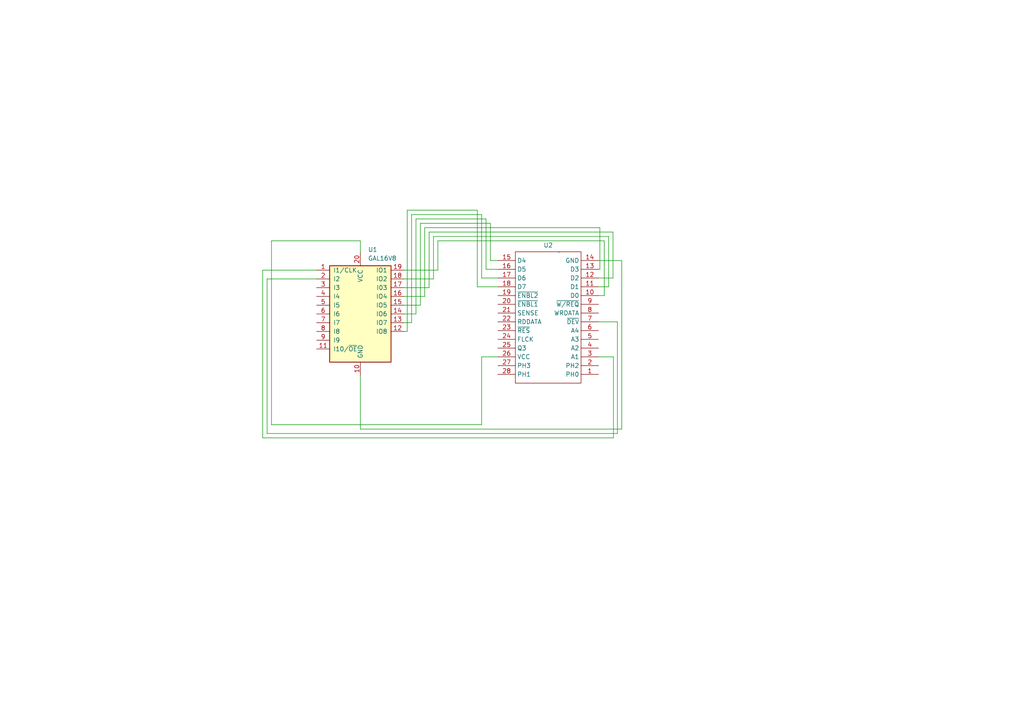
<source format=kicad_sch>
(kicad_sch (version 20230121) (generator eeschema)

  (uuid 14b7d964-13e6-46ef-b039-f9ee5f37d428)

  (paper "A4")

  (lib_symbols
    (symbol "Logic_Programmable:GAL16V8" (pin_names (offset 1.016)) (in_bom yes) (on_board yes)
      (property "Reference" "U" (at -8.89 16.51 0)
        (effects (font (size 1.27 1.27)) (justify left))
      )
      (property "Value" "GAL16V8" (at 1.27 16.51 0)
        (effects (font (size 1.27 1.27)) (justify left))
      )
      (property "Footprint" "" (at 0 0 0)
        (effects (font (size 1.27 1.27)) hide)
      )
      (property "Datasheet" "" (at 0 0 0)
        (effects (font (size 1.27 1.27)) hide)
      )
      (property "ki_keywords" "GAL PLD 16V8" (at 0 0 0)
        (effects (font (size 1.27 1.27)) hide)
      )
      (property "ki_description" "Programmable Logic Array, DIP-20/SOIC-20/PLCC-20" (at 0 0 0)
        (effects (font (size 1.27 1.27)) hide)
      )
      (property "ki_fp_filters" "DIP* PDIP* SOIC* SO* PLCC*" (at 0 0 0)
        (effects (font (size 1.27 1.27)) hide)
      )
      (symbol "GAL16V8_0_0"
        (pin power_in line (at 0 -17.78 90) (length 3.81)
          (name "GND" (effects (font (size 1.27 1.27))))
          (number "10" (effects (font (size 1.27 1.27))))
        )
        (pin power_in line (at 0 17.78 270) (length 3.81)
          (name "VCC" (effects (font (size 1.27 1.27))))
          (number "20" (effects (font (size 1.27 1.27))))
        )
      )
      (symbol "GAL16V8_0_1"
        (rectangle (start -8.89 13.97) (end 8.89 -13.97)
          (stroke (width 0.254) (type default))
          (fill (type background))
        )
      )
      (symbol "GAL16V8_1_1"
        (pin input line (at -12.7 12.7 0) (length 3.81)
          (name "I1/CLK" (effects (font (size 1.27 1.27))))
          (number "1" (effects (font (size 1.27 1.27))))
        )
        (pin input line (at -12.7 -10.16 0) (length 3.81)
          (name "I10/~{OE}" (effects (font (size 1.27 1.27))))
          (number "11" (effects (font (size 1.27 1.27))))
        )
        (pin tri_state line (at 12.7 -5.08 180) (length 3.81)
          (name "IO8" (effects (font (size 1.27 1.27))))
          (number "12" (effects (font (size 1.27 1.27))))
        )
        (pin tri_state line (at 12.7 -2.54 180) (length 3.81)
          (name "IO7" (effects (font (size 1.27 1.27))))
          (number "13" (effects (font (size 1.27 1.27))))
        )
        (pin tri_state line (at 12.7 0 180) (length 3.81)
          (name "IO6" (effects (font (size 1.27 1.27))))
          (number "14" (effects (font (size 1.27 1.27))))
        )
        (pin tri_state line (at 12.7 2.54 180) (length 3.81)
          (name "IO5" (effects (font (size 1.27 1.27))))
          (number "15" (effects (font (size 1.27 1.27))))
        )
        (pin tri_state line (at 12.7 5.08 180) (length 3.81)
          (name "IO4" (effects (font (size 1.27 1.27))))
          (number "16" (effects (font (size 1.27 1.27))))
        )
        (pin tri_state line (at 12.7 7.62 180) (length 3.81)
          (name "I03" (effects (font (size 1.27 1.27))))
          (number "17" (effects (font (size 1.27 1.27))))
        )
        (pin tri_state line (at 12.7 10.16 180) (length 3.81)
          (name "IO2" (effects (font (size 1.27 1.27))))
          (number "18" (effects (font (size 1.27 1.27))))
        )
        (pin tri_state line (at 12.7 12.7 180) (length 3.81)
          (name "IO1" (effects (font (size 1.27 1.27))))
          (number "19" (effects (font (size 1.27 1.27))))
        )
        (pin input line (at -12.7 10.16 0) (length 3.81)
          (name "I2" (effects (font (size 1.27 1.27))))
          (number "2" (effects (font (size 1.27 1.27))))
        )
        (pin input line (at -12.7 7.62 0) (length 3.81)
          (name "I3" (effects (font (size 1.27 1.27))))
          (number "3" (effects (font (size 1.27 1.27))))
        )
        (pin input line (at -12.7 5.08 0) (length 3.81)
          (name "I4" (effects (font (size 1.27 1.27))))
          (number "4" (effects (font (size 1.27 1.27))))
        )
        (pin input line (at -12.7 2.54 0) (length 3.81)
          (name "I5" (effects (font (size 1.27 1.27))))
          (number "5" (effects (font (size 1.27 1.27))))
        )
        (pin input line (at -12.7 0 0) (length 3.81)
          (name "I6" (effects (font (size 1.27 1.27))))
          (number "6" (effects (font (size 1.27 1.27))))
        )
        (pin input line (at -12.7 -2.54 0) (length 3.81)
          (name "I7" (effects (font (size 1.27 1.27))))
          (number "7" (effects (font (size 1.27 1.27))))
        )
        (pin input line (at -12.7 -5.08 0) (length 3.81)
          (name "I8" (effects (font (size 1.27 1.27))))
          (number "8" (effects (font (size 1.27 1.27))))
        )
        (pin input line (at -12.7 -7.62 0) (length 3.81)
          (name "I9" (effects (font (size 1.27 1.27))))
          (number "9" (effects (font (size 1.27 1.27))))
        )
      )
    )
    (symbol "pldSCHIWM_DIP:IWM" (in_bom yes) (on_board yes)
      (property "Reference" "U" (at -4.445 0.635 0)
        (effects (font (size 1.27 1.27)))
      )
      (property "Value" "" (at 0 0 0)
        (effects (font (size 1.27 1.27)))
      )
      (property "Footprint" "" (at 0 0 0)
        (effects (font (size 1.27 1.27)) hide)
      )
      (property "Datasheet" "" (at 0 0 0)
        (effects (font (size 1.27 1.27)) hide)
      )
      (symbol "IWM_0_1"
        (rectangle (start -12.7 0) (end 6.35 -38.1)
          (stroke (width 0) (type default))
          (fill (type none))
        )
      )
      (symbol "IWM_1_1"
        (pin input line (at 11.43 -35.56 180) (length 5.08)
          (name "PH0" (effects (font (size 1.27 1.27))))
          (number "1" (effects (font (size 1.27 1.27))))
        )
        (pin input line (at 11.43 -12.7 180) (length 5.08)
          (name "D0" (effects (font (size 1.27 1.27))))
          (number "10" (effects (font (size 1.27 1.27))))
        )
        (pin input line (at 11.43 -10.16 180) (length 5.08)
          (name "D1" (effects (font (size 1.27 1.27))))
          (number "11" (effects (font (size 1.27 1.27))))
        )
        (pin input line (at 11.43 -7.62 180) (length 5.08)
          (name "D2" (effects (font (size 1.27 1.27))))
          (number "12" (effects (font (size 1.27 1.27))))
        )
        (pin input line (at 11.43 -5.08 180) (length 5.08)
          (name "D3" (effects (font (size 1.27 1.27))))
          (number "13" (effects (font (size 1.27 1.27))))
        )
        (pin input line (at 11.43 -2.54 180) (length 5.08)
          (name "GND" (effects (font (size 1.27 1.27))))
          (number "14" (effects (font (size 1.27 1.27))))
        )
        (pin input line (at -17.78 -2.54 0) (length 5.08)
          (name "D4" (effects (font (size 1.27 1.27))))
          (number "15" (effects (font (size 1.27 1.27))))
        )
        (pin input line (at -17.78 -5.08 0) (length 5.08)
          (name "D5" (effects (font (size 1.27 1.27))))
          (number "16" (effects (font (size 1.27 1.27))))
        )
        (pin input line (at -17.78 -7.62 0) (length 5.08)
          (name "D6" (effects (font (size 1.27 1.27))))
          (number "17" (effects (font (size 1.27 1.27))))
        )
        (pin input line (at -17.78 -10.16 0) (length 5.08)
          (name "D7" (effects (font (size 1.27 1.27))))
          (number "18" (effects (font (size 1.27 1.27))))
        )
        (pin input line (at -17.78 -12.7 0) (length 5.08)
          (name "~{ENBL2}" (effects (font (size 1.27 1.27))))
          (number "19" (effects (font (size 1.27 1.27))))
        )
        (pin input line (at 11.43 -33.02 180) (length 5.08)
          (name "PH2" (effects (font (size 1.27 1.27))))
          (number "2" (effects (font (size 1.27 1.27))))
        )
        (pin input line (at -17.78 -15.24 0) (length 5.08)
          (name "~{ENBL1}" (effects (font (size 1.27 1.27))))
          (number "20" (effects (font (size 1.27 1.27))))
        )
        (pin input line (at -17.78 -17.78 0) (length 5.08)
          (name "SENSE" (effects (font (size 1.27 1.27))))
          (number "21" (effects (font (size 1.27 1.27))))
        )
        (pin input line (at -17.78 -20.32 0) (length 5.08)
          (name "RDDATA" (effects (font (size 1.27 1.27))))
          (number "22" (effects (font (size 1.27 1.27))))
        )
        (pin input line (at -17.78 -22.86 0) (length 5.08)
          (name "~{RES}" (effects (font (size 1.27 1.27))))
          (number "23" (effects (font (size 1.27 1.27))))
        )
        (pin input line (at -17.78 -25.4 0) (length 5.08)
          (name "FLCK" (effects (font (size 1.27 1.27))))
          (number "24" (effects (font (size 1.27 1.27))))
        )
        (pin input line (at -17.78 -27.94 0) (length 5.08)
          (name "Q3" (effects (font (size 1.27 1.27))))
          (number "25" (effects (font (size 1.27 1.27))))
        )
        (pin input line (at -17.78 -30.48 0) (length 5.08)
          (name "VCC" (effects (font (size 1.27 1.27))))
          (number "26" (effects (font (size 1.27 1.27))))
        )
        (pin input line (at -17.78 -33.02 0) (length 5.08)
          (name "PH3" (effects (font (size 1.27 1.27))))
          (number "27" (effects (font (size 1.27 1.27))))
        )
        (pin input line (at -17.78 -35.56 0) (length 5.08)
          (name "PH1" (effects (font (size 1.27 1.27))))
          (number "28" (effects (font (size 1.27 1.27))))
        )
        (pin input line (at 11.43 -30.48 180) (length 5.08)
          (name "A1" (effects (font (size 1.27 1.27))))
          (number "3" (effects (font (size 1.27 1.27))))
        )
        (pin input line (at 11.43 -27.94 180) (length 5.08)
          (name "A2" (effects (font (size 1.27 1.27))))
          (number "4" (effects (font (size 1.27 1.27))))
        )
        (pin input line (at 11.43 -25.4 180) (length 5.08)
          (name "A3" (effects (font (size 1.27 1.27))))
          (number "5" (effects (font (size 1.27 1.27))))
        )
        (pin input line (at 11.43 -22.86 180) (length 5.08)
          (name "A4" (effects (font (size 1.27 1.27))))
          (number "6" (effects (font (size 1.27 1.27))))
        )
        (pin input line (at 11.43 -20.32 180) (length 5.08)
          (name "~{DEV}" (effects (font (size 1.27 1.27))))
          (number "7" (effects (font (size 1.27 1.27))))
        )
        (pin input line (at 11.43 -17.78 180) (length 5.08)
          (name "WRDATA" (effects (font (size 1.27 1.27))))
          (number "8" (effects (font (size 1.27 1.27))))
        )
        (pin input line (at 11.43 -15.24 180) (length 5.08)
          (name "~{W/REQ}" (effects (font (size 1.27 1.27))))
          (number "9" (effects (font (size 1.27 1.27))))
        )
      )
    )
  )


  (wire (pts (xy 118.11 96.139) (xy 118.11 60.96))
    (stroke (width 0) (type default))
    (uuid 027e54fb-a8ee-4ecc-9920-c8880f879638)
  )
  (wire (pts (xy 176.53 83.185) (xy 173.609 83.185))
    (stroke (width 0) (type default))
    (uuid 05233df0-2c12-46c3-bc50-af8c5daeb956)
  )
  (wire (pts (xy 120.65 63.5) (xy 140.97 63.5))
    (stroke (width 0) (type default))
    (uuid 12d59543-86c3-49dd-a5a5-5537233dba8b)
  )
  (wire (pts (xy 127 78.359) (xy 127 69.85))
    (stroke (width 0) (type default))
    (uuid 172cb3c0-ee85-4aac-9cb6-c3e774fb013b)
  )
  (wire (pts (xy 140.97 63.5) (xy 140.97 78.105))
    (stroke (width 0) (type default))
    (uuid 179cbdb9-8144-414c-bcba-09ee5edf5c6e)
  )
  (wire (pts (xy 142.24 75.565) (xy 144.399 75.565))
    (stroke (width 0) (type default))
    (uuid 2134eaef-234a-48d4-ba09-68ce78f05ab2)
  )
  (wire (pts (xy 117.221 80.899) (xy 125.73 80.899))
    (stroke (width 0) (type default))
    (uuid 22b0646f-a591-4eb1-b01c-62def4c5885f)
  )
  (wire (pts (xy 118.11 60.96) (xy 138.43 60.96))
    (stroke (width 0) (type default))
    (uuid 23a2a6a2-07cf-4a35-8be5-71b9f9971317)
  )
  (wire (pts (xy 139.7 62.23) (xy 139.7 80.645))
    (stroke (width 0) (type default))
    (uuid 292aa9af-8dd4-4af8-b049-69c0512d477e)
  )
  (wire (pts (xy 176.53 68.58) (xy 176.53 83.185))
    (stroke (width 0) (type default))
    (uuid 2c727fa3-46ec-4962-9b5c-bf032466d341)
  )
  (wire (pts (xy 175.26 85.725) (xy 173.609 85.725))
    (stroke (width 0) (type default))
    (uuid 313de161-cb46-4af5-8ccf-d6d2bb4f3a69)
  )
  (wire (pts (xy 138.43 83.185) (xy 144.399 83.185))
    (stroke (width 0) (type default))
    (uuid 346748bb-933c-4e9d-a1ac-516adc01eef9)
  )
  (wire (pts (xy 173.99 66.04) (xy 173.99 78.105))
    (stroke (width 0) (type default))
    (uuid 37151e71-ed13-4d67-baa4-7c1fa346d0f3)
  )
  (wire (pts (xy 139.7 80.645) (xy 144.399 80.645))
    (stroke (width 0) (type default))
    (uuid 4179c43d-b7d8-4590-b79f-301572cb2892)
  )
  (wire (pts (xy 117.221 88.519) (xy 121.92 88.519))
    (stroke (width 0) (type default))
    (uuid 468d47ed-fd0b-4841-ba8b-554879938f66)
  )
  (wire (pts (xy 117.221 91.059) (xy 120.65 91.059))
    (stroke (width 0) (type default))
    (uuid 4b15432f-ab67-4429-a590-08f0fb73148b)
  )
  (wire (pts (xy 142.24 64.77) (xy 142.24 75.565))
    (stroke (width 0) (type default))
    (uuid 4c17ca88-d6a6-480c-9fe6-909462f0f654)
  )
  (wire (pts (xy 125.73 68.58) (xy 176.53 68.58))
    (stroke (width 0) (type default))
    (uuid 53240200-a16c-44cd-aff5-bfb87284db61)
  )
  (wire (pts (xy 180.34 75.565) (xy 180.34 124.46))
    (stroke (width 0) (type default))
    (uuid 59ad4748-afde-44ad-8e62-2c0c5ac51cef)
  )
  (wire (pts (xy 120.65 91.059) (xy 120.65 63.5))
    (stroke (width 0) (type default))
    (uuid 5cc4eda4-bdda-4be6-91d1-90849841e1e6)
  )
  (wire (pts (xy 179.07 93.345) (xy 179.07 125.73))
    (stroke (width 0) (type default))
    (uuid 5cea2970-fdd9-4778-83a4-be025cc3a311)
  )
  (wire (pts (xy 119.38 93.599) (xy 119.38 62.23))
    (stroke (width 0) (type default))
    (uuid 6060f934-7db3-4c98-b6e1-a4edac3665e5)
  )
  (wire (pts (xy 175.26 69.85) (xy 175.26 85.725))
    (stroke (width 0) (type default))
    (uuid 61f10028-c610-400d-bde2-d897f48ebaa3)
  )
  (wire (pts (xy 140.97 78.105) (xy 144.399 78.105))
    (stroke (width 0) (type default))
    (uuid 6755a494-00eb-4322-bd26-2a453303266c)
  )
  (wire (pts (xy 123.19 66.04) (xy 173.99 66.04))
    (stroke (width 0) (type default))
    (uuid 67d7998f-fb4a-4059-a617-d1383fff2acb)
  )
  (wire (pts (xy 117.221 96.139) (xy 118.11 96.139))
    (stroke (width 0) (type default))
    (uuid 691fdec5-0f08-43f1-81f4-b1b8c2d9fb7b)
  )
  (wire (pts (xy 177.8 80.645) (xy 173.609 80.645))
    (stroke (width 0) (type default))
    (uuid 698ba90a-8801-41b9-a9df-d91fb2667a81)
  )
  (wire (pts (xy 139.7 103.505) (xy 139.7 123.19))
    (stroke (width 0) (type default))
    (uuid 6c896722-4a09-4495-9bdb-f640c64a35db)
  )
  (wire (pts (xy 123.19 85.979) (xy 123.19 66.04))
    (stroke (width 0) (type default))
    (uuid 72590dda-61ed-4a90-b20c-2116ac73e36c)
  )
  (wire (pts (xy 76.2 78.359) (xy 91.821 78.359))
    (stroke (width 0) (type default))
    (uuid 7330003a-de9b-4c79-9edc-64683d359811)
  )
  (wire (pts (xy 173.609 103.505) (xy 177.927 103.505))
    (stroke (width 0) (type default))
    (uuid 76bfb807-4991-4ced-9b53-09704baf1df5)
  )
  (wire (pts (xy 104.521 124.46) (xy 104.521 108.839))
    (stroke (width 0) (type default))
    (uuid 78106af2-79d0-40e0-9928-d9d3578c7984)
  )
  (wire (pts (xy 121.92 88.519) (xy 121.92 64.77))
    (stroke (width 0) (type default))
    (uuid 7aa11e27-f245-48e7-9e00-a5c7802398ab)
  )
  (wire (pts (xy 124.46 83.439) (xy 124.46 67.31))
    (stroke (width 0) (type default))
    (uuid 7d07059a-76c5-4e99-9288-43c2e2afc913)
  )
  (wire (pts (xy 117.221 83.439) (xy 124.46 83.439))
    (stroke (width 0) (type default))
    (uuid 811fcafa-e0c5-4c6c-9ebf-0d841319f0a3)
  )
  (wire (pts (xy 77.47 125.73) (xy 77.47 80.899))
    (stroke (width 0) (type default))
    (uuid 824eca7f-4325-40bf-95be-35fcdcf8166d)
  )
  (wire (pts (xy 124.46 67.31) (xy 177.8 67.31))
    (stroke (width 0) (type default))
    (uuid 87f73777-ec47-41ae-bf96-50483e337f7e)
  )
  (wire (pts (xy 173.99 78.105) (xy 173.609 78.105))
    (stroke (width 0) (type default))
    (uuid 8c2aaa68-4470-443c-b019-d8b25e1548c6)
  )
  (wire (pts (xy 125.73 80.899) (xy 125.73 68.58))
    (stroke (width 0) (type default))
    (uuid 93ec888e-e5ce-41ae-b67b-5cfb65b94acf)
  )
  (wire (pts (xy 117.221 93.599) (xy 119.38 93.599))
    (stroke (width 0) (type default))
    (uuid 95e5d224-0b9f-4519-83ab-8f9eaee34839)
  )
  (wire (pts (xy 173.609 93.345) (xy 179.07 93.345))
    (stroke (width 0) (type default))
    (uuid 9c48125f-5ca7-4c72-b17c-50dab5310278)
  )
  (wire (pts (xy 117.221 85.979) (xy 123.19 85.979))
    (stroke (width 0) (type default))
    (uuid 9f373604-dc78-47d9-bcc5-29444a51393e)
  )
  (wire (pts (xy 138.43 60.96) (xy 138.43 83.185))
    (stroke (width 0) (type default))
    (uuid a544a98e-a103-4509-8084-5a7f094ec2a3)
  )
  (wire (pts (xy 139.7 123.19) (xy 78.74 123.19))
    (stroke (width 0) (type default))
    (uuid a5a0d25e-da8e-41e1-b595-745664fde1d4)
  )
  (wire (pts (xy 177.927 103.505) (xy 177.927 127))
    (stroke (width 0) (type default))
    (uuid a5de6ce0-45bf-40cd-98bf-4d3e70d7c6f9)
  )
  (wire (pts (xy 78.74 123.19) (xy 78.74 69.85))
    (stroke (width 0) (type default))
    (uuid ae460809-74c8-48e1-a75c-18c046090066)
  )
  (wire (pts (xy 177.927 127) (xy 76.2 127))
    (stroke (width 0) (type default))
    (uuid b343b80d-103e-4218-b6bd-7d595e3f5913)
  )
  (wire (pts (xy 76.2 127) (xy 76.2 78.359))
    (stroke (width 0) (type default))
    (uuid b63476e3-4d51-4a8c-a59c-430a0915d840)
  )
  (wire (pts (xy 144.399 103.505) (xy 139.7 103.505))
    (stroke (width 0) (type default))
    (uuid ba26abaa-3313-4c07-9a25-a5ef41471df2)
  )
  (wire (pts (xy 104.521 69.85) (xy 104.521 73.279))
    (stroke (width 0) (type default))
    (uuid ba96b576-97db-4998-bafe-4076c38d65c7)
  )
  (wire (pts (xy 117.221 78.359) (xy 127 78.359))
    (stroke (width 0) (type default))
    (uuid bbd39b74-d349-4b89-88f4-cb4a31007b4d)
  )
  (wire (pts (xy 173.609 75.565) (xy 180.34 75.565))
    (stroke (width 0) (type default))
    (uuid ccdb66d5-ca45-44ca-a3ab-c65a0713ffd0)
  )
  (wire (pts (xy 78.74 69.85) (xy 104.521 69.85))
    (stroke (width 0) (type default))
    (uuid cde642e6-4e42-4b6a-aafc-ce202a3cd688)
  )
  (wire (pts (xy 179.07 125.73) (xy 77.47 125.73))
    (stroke (width 0) (type default))
    (uuid d86abe54-3e5b-41a1-8dff-c8e9a713c008)
  )
  (wire (pts (xy 177.8 67.31) (xy 177.8 80.645))
    (stroke (width 0) (type default))
    (uuid d9de1f90-ab8f-4817-ad97-edd56b39c095)
  )
  (wire (pts (xy 121.92 64.77) (xy 142.24 64.77))
    (stroke (width 0) (type default))
    (uuid ef5f428e-0680-4553-b99f-3ddb4aae3c34)
  )
  (wire (pts (xy 77.47 80.899) (xy 91.821 80.899))
    (stroke (width 0) (type default))
    (uuid f116d9df-fb45-43ce-a469-98451aa96024)
  )
  (wire (pts (xy 127 69.85) (xy 175.26 69.85))
    (stroke (width 0) (type default))
    (uuid f8275785-366e-4207-a071-35b67cf61fbe)
  )
  (wire (pts (xy 119.38 62.23) (xy 139.7 62.23))
    (stroke (width 0) (type default))
    (uuid f91d951c-0e85-4268-8868-b210d3baa97f)
  )
  (wire (pts (xy 180.34 124.46) (xy 104.521 124.46))
    (stroke (width 0) (type default))
    (uuid feee7254-f783-4188-9c31-e9f222de3742)
  )

  (symbol (lib_id "Logic_Programmable:GAL16V8") (at 104.521 91.059 0) (unit 1)
    (in_bom yes) (on_board yes) (dnp no) (fields_autoplaced)
    (uuid 2792b012-35d7-4404-8cc5-9884cf7cadb2)
    (property "Reference" "U1" (at 106.7151 72.39 0)
      (effects (font (size 1.27 1.27)) (justify left))
    )
    (property "Value" "GAL16V8" (at 106.7151 74.93 0)
      (effects (font (size 1.27 1.27)) (justify left))
    )
    (property "Footprint" "Package_DIP:DIP-20_W7.62mm" (at 104.521 91.059 0)
      (effects (font (size 1.27 1.27)) hide)
    )
    (property "Datasheet" "" (at 104.521 91.059 0)
      (effects (font (size 1.27 1.27)) hide)
    )
    (pin "7" (uuid b4d7a50c-7da7-4624-b889-dd7d1f257688))
    (pin "10" (uuid a9789d0e-72f3-4e30-af81-12398a2d9ee5))
    (pin "16" (uuid cedd6920-7f75-41e6-9b10-74d159b3addb))
    (pin "5" (uuid 2a5b2d90-54cd-42b0-8e18-3740d37957f9))
    (pin "13" (uuid edb1f50f-67ec-42a8-955f-4cc67fae8c46))
    (pin "14" (uuid d8ef0869-1b73-465c-9985-7e6db111dfbd))
    (pin "3" (uuid ad2cca8b-ad23-45f9-aa1c-4c20747d420f))
    (pin "8" (uuid b85f605b-744f-42ae-8e73-6208536fd23d))
    (pin "20" (uuid e19542a0-1fb6-4028-9b11-5a1fa69e88ed))
    (pin "19" (uuid 4922a0d7-dfe0-4605-bb20-1790535ffdbf))
    (pin "15" (uuid 2dbfac05-a559-47cb-9ce2-c3fca17a4403))
    (pin "18" (uuid 5ebe8ea5-753d-4be3-9fdf-7c608894fb87))
    (pin "6" (uuid ff69d36a-b8e5-4738-8228-32e05e961dbb))
    (pin "12" (uuid e181d23a-a296-420f-9bdd-3ea15bff6506))
    (pin "9" (uuid 0881d200-bd09-4895-a63b-759cf2b8ba87))
    (pin "1" (uuid 39c65a2e-7016-4def-8606-d7e03d6cc9fd))
    (pin "17" (uuid 6ac6eb20-6173-4b5b-b8e4-423a08513c1a))
    (pin "11" (uuid 54606a1c-672e-40d4-beda-d535601470f5))
    (pin "4" (uuid a707269d-03fc-4510-a1b6-c9046551ba66))
    (pin "2" (uuid b76fe625-1c0f-4092-84e9-4a270332edb8))
    (instances
      (project "pldSCHWIM_DIP"
        (path "/14b7d964-13e6-46ef-b039-f9ee5f37d428"
          (reference "U1") (unit 1)
        )
      )
    )
  )

  (symbol (lib_id "pldSCHIWM_DIP:IWM") (at 162.179 73.025 0) (unit 1)
    (in_bom yes) (on_board yes) (dnp no) (fields_autoplaced)
    (uuid fabdd8b6-f9c3-495b-8064-7b767872b996)
    (property "Reference" "U2" (at 159.004 71.12 0)
      (effects (font (size 1.27 1.27)))
    )
    (property "Value" "~" (at 162.179 73.025 0)
      (effects (font (size 1.27 1.27)))
    )
    (property "Footprint" "Package_DIP:DIP-28_W15.24mm" (at 162.179 73.025 0)
      (effects (font (size 1.27 1.27)) hide)
    )
    (property "Datasheet" "" (at 162.179 73.025 0)
      (effects (font (size 1.27 1.27)) hide)
    )
    (pin "17" (uuid cfb12918-26d8-4780-bc8c-0313089751b7))
    (pin "24" (uuid 88d561ab-6aae-4cfb-a199-75c312a678ae))
    (pin "12" (uuid fc3f3040-9bf2-48f6-9104-3b315f5603d1))
    (pin "18" (uuid eb5b259b-2b49-422d-8065-94bc369e0a39))
    (pin "20" (uuid e4cedba3-853b-4656-9d93-386c7bed2ea6))
    (pin "26" (uuid dbfcc284-e9bc-4a06-9a53-9402803bf8d8))
    (pin "3" (uuid 417e9abc-2cb9-4543-b383-29d29cb7fceb))
    (pin "7" (uuid 3db674b5-b8fe-4fcb-93fe-e4fd43d46325))
    (pin "21" (uuid 729d3bf2-d05b-42e3-a76c-d8633931181c))
    (pin "1" (uuid cfb43110-bc61-4cef-aa90-486f473f7b21))
    (pin "11" (uuid 63b23c05-a63d-42bf-aea9-31f3d2fb87ac))
    (pin "8" (uuid 28d37f67-1ebd-4178-9afd-afc494ed95ef))
    (pin "2" (uuid 92e84e38-0c4f-432a-970a-8b64a5e2ffdc))
    (pin "15" (uuid 22740538-4121-476a-86ac-a349d5384b20))
    (pin "23" (uuid 821de84a-a51c-4fb6-a7a1-ceefac21ff8b))
    (pin "14" (uuid 054d5d88-0a9a-47ca-a4b4-0ea5be04bab8))
    (pin "4" (uuid 198c0b1a-341f-44cc-a755-d5293283c931))
    (pin "19" (uuid f7409c27-c792-4966-b94a-ece0d33c99d4))
    (pin "22" (uuid adf5df3e-5b0b-4f58-a346-963aac059426))
    (pin "13" (uuid 792dc4da-7518-4e71-b67f-16a037df97f3))
    (pin "27" (uuid 173c24a4-7d3a-4cc6-a043-bd2a19af6156))
    (pin "16" (uuid a3cada44-af6c-4e52-a7f8-f74b80242dca))
    (pin "5" (uuid 7aa21c32-397d-4a9b-9d66-774d037a6b29))
    (pin "9" (uuid fb7082e7-3d7d-476d-bfa1-e70988ac52bd))
    (pin "25" (uuid 3805428e-1ddf-4ad6-9b0b-ebba89110f53))
    (pin "6" (uuid e07ceffe-c824-4657-9a18-559ac0be2b24))
    (pin "28" (uuid 29222eb2-cd52-4350-bc70-74d6312ecdb2))
    (pin "10" (uuid d36eed63-801d-466c-80c0-954062ed1343))
    (instances
      (project "pldSCHWIM_DIP"
        (path "/14b7d964-13e6-46ef-b039-f9ee5f37d428"
          (reference "U2") (unit 1)
        )
      )
    )
  )

  (sheet_instances
    (path "/" (page "1"))
  )
)

</source>
